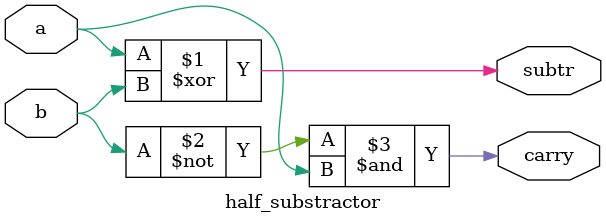
<source format=v>
module half_substractor(a,b,subtr,carry);
/* perform subtr = b - a */
input a,b;//
output subtr,carry;
xor (subtr,  a, b);
and (carry, ~b, a);

endmodule
</source>
